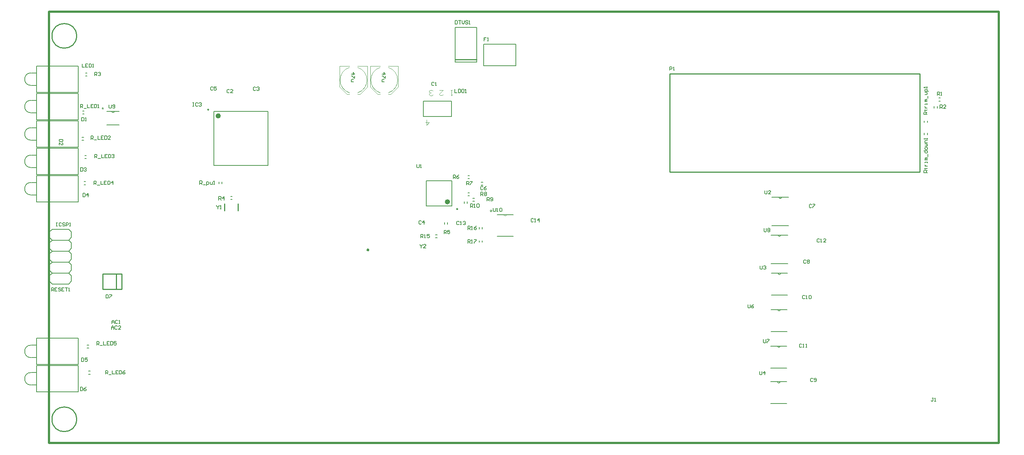
<source format=gto>
G04 Layer_Color=65535*
%FSLAX44Y44*%
%MOMM*%
G71*
G01*
G75*
%ADD29C,0.5080*%
%ADD30C,0.3048*%
%ADD33C,0.2540*%
%ADD49C,0.0000*%
%ADD50C,0.1524*%
%ADD51C,0.2500*%
%ADD52C,0.6000*%
%ADD53C,0.1270*%
%ADD54C,0.1016*%
%ADD55C,0.2000*%
%ADD56C,0.2286*%
%ADD57C,0.2032*%
%ADD58C,0.1500*%
%ADD59C,0.0864*%
G36*
X1141377Y2302351D02*
Y2302335D01*
Y2302286D01*
Y2302220D01*
X1141360Y2302138D01*
Y2302023D01*
X1141344Y2301778D01*
X1141311Y2301466D01*
X1141279Y2301106D01*
X1141229Y2300696D01*
X1141164Y2300238D01*
X1141180D01*
X1141213Y2300254D01*
X1141262Y2300287D01*
X1141328Y2300320D01*
X1141410Y2300352D01*
X1141508Y2300401D01*
X1141754Y2300500D01*
X1142048Y2300631D01*
X1142409Y2300778D01*
X1142786Y2300909D01*
X1143195Y2301057D01*
X1143605Y2299845D01*
X1143588D01*
X1143556Y2299828D01*
X1143490Y2299812D01*
X1143425Y2299779D01*
X1143326Y2299746D01*
X1143195Y2299713D01*
X1142933Y2299648D01*
X1142606Y2299566D01*
X1142245Y2299484D01*
X1141852Y2299402D01*
X1141459Y2299353D01*
X1141491Y2299337D01*
X1141557Y2299271D01*
X1141672Y2299140D01*
X1141835Y2298976D01*
X1142048Y2298763D01*
X1142311Y2298468D01*
X1142606Y2298141D01*
X1142753Y2297944D01*
X1142933Y2297731D01*
X1141901Y2297010D01*
X1141885Y2297043D01*
X1141819Y2297141D01*
X1141704Y2297289D01*
X1141573Y2297485D01*
X1141393Y2297747D01*
X1141197Y2298075D01*
X1140967Y2298436D01*
X1140722Y2298845D01*
Y2298829D01*
X1140689Y2298796D01*
X1140656Y2298730D01*
X1140607Y2298649D01*
X1140558Y2298550D01*
X1140492Y2298436D01*
X1140345Y2298157D01*
X1140164Y2297862D01*
X1139984Y2297567D01*
X1139788Y2297272D01*
X1139607Y2297010D01*
X1138592Y2297731D01*
X1138608Y2297747D01*
X1138641Y2297780D01*
X1138690Y2297846D01*
X1138755Y2297928D01*
X1138837Y2298026D01*
X1138936Y2298141D01*
X1139149Y2298403D01*
X1139378Y2298665D01*
X1139607Y2298927D01*
X1139837Y2299173D01*
X1139935Y2299271D01*
X1140017Y2299353D01*
X1140001D01*
X1139968Y2299369D01*
X1139902D01*
X1139820Y2299386D01*
X1139722Y2299419D01*
X1139607Y2299435D01*
X1139345Y2299500D01*
X1139018Y2299566D01*
X1138657Y2299648D01*
X1138297Y2299746D01*
X1137920Y2299845D01*
X1138313Y2301057D01*
X1138330D01*
X1138379Y2301040D01*
X1138444Y2301008D01*
X1138543Y2300975D01*
X1138641Y2300942D01*
X1138772Y2300893D01*
X1139067Y2300778D01*
X1139395Y2300647D01*
X1139722Y2300500D01*
X1140033Y2300369D01*
X1140164Y2300287D01*
X1140295Y2300221D01*
Y2300238D01*
Y2300287D01*
X1140279Y2300369D01*
X1140263Y2300467D01*
Y2300598D01*
X1140246Y2300746D01*
X1140214Y2301073D01*
X1140181Y2301434D01*
X1140164Y2301778D01*
X1140132Y2302105D01*
Y2302253D01*
Y2302368D01*
X1141377D01*
Y2302351D01*
D02*
G37*
G36*
X2040537Y2064861D02*
Y2064845D01*
Y2064796D01*
Y2064730D01*
X2040520Y2064648D01*
Y2064534D01*
X2040504Y2064288D01*
X2040471Y2063976D01*
X2040439Y2063616D01*
X2040389Y2063206D01*
X2040324Y2062748D01*
X2040340D01*
X2040373Y2062764D01*
X2040422Y2062797D01*
X2040488Y2062830D01*
X2040570Y2062862D01*
X2040668Y2062912D01*
X2040914Y2063010D01*
X2041208Y2063141D01*
X2041569Y2063288D01*
X2041946Y2063419D01*
X2042355Y2063567D01*
X2042765Y2062354D01*
X2042749D01*
X2042716Y2062338D01*
X2042650Y2062322D01*
X2042585Y2062289D01*
X2042486Y2062256D01*
X2042355Y2062224D01*
X2042093Y2062158D01*
X2041765Y2062076D01*
X2041405Y2061994D01*
X2041012Y2061912D01*
X2040619Y2061863D01*
X2040652Y2061847D01*
X2040717Y2061781D01*
X2040832Y2061650D01*
X2040995Y2061486D01*
X2041208Y2061273D01*
X2041471Y2060978D01*
X2041765Y2060651D01*
X2041913Y2060454D01*
X2042093Y2060241D01*
X2041061Y2059520D01*
X2041045Y2059553D01*
X2040979Y2059651D01*
X2040865Y2059799D01*
X2040733Y2059995D01*
X2040553Y2060258D01*
X2040357Y2060585D01*
X2040127Y2060946D01*
X2039881Y2061355D01*
Y2061339D01*
X2039849Y2061306D01*
X2039816Y2061241D01*
X2039767Y2061159D01*
X2039718Y2061060D01*
X2039652Y2060946D01*
X2039505Y2060667D01*
X2039324Y2060372D01*
X2039144Y2060077D01*
X2038948Y2059782D01*
X2038767Y2059520D01*
X2037752Y2060241D01*
X2037768Y2060258D01*
X2037801Y2060290D01*
X2037850Y2060356D01*
X2037915Y2060438D01*
X2037997Y2060536D01*
X2038096Y2060651D01*
X2038309Y2060913D01*
X2038538Y2061175D01*
X2038767Y2061437D01*
X2038997Y2061683D01*
X2039095Y2061781D01*
X2039177Y2061863D01*
X2039161D01*
X2039128Y2061879D01*
X2039062D01*
X2038980Y2061896D01*
X2038882Y2061929D01*
X2038767Y2061945D01*
X2038505Y2062010D01*
X2038178Y2062076D01*
X2037817Y2062158D01*
X2037457Y2062256D01*
X2037080Y2062354D01*
X2037473Y2063567D01*
X2037490D01*
X2037539Y2063551D01*
X2037604Y2063518D01*
X2037703Y2063485D01*
X2037801Y2063452D01*
X2037932Y2063403D01*
X2038227Y2063288D01*
X2038555Y2063157D01*
X2038882Y2063010D01*
X2039193Y2062879D01*
X2039324Y2062797D01*
X2039456Y2062731D01*
Y2062748D01*
Y2062797D01*
X2039439Y2062879D01*
X2039423Y2062977D01*
Y2063108D01*
X2039406Y2063256D01*
X2039374Y2063583D01*
X2039341Y2063944D01*
X2039324Y2064288D01*
X2039292Y2064615D01*
Y2064763D01*
Y2064877D01*
X2040537D01*
Y2064861D01*
D02*
G37*
D29*
X1016000Y1524000D02*
Y2523998D01*
X3215640Y1524000D02*
Y2523998D01*
X1016000D02*
X3215640D01*
X1016000Y1524000D02*
X3215640D01*
D30*
X1756311Y1971860D02*
G03*
X1756311Y1971860I-1796J0D01*
G01*
D33*
X1080135Y2468118D02*
G03*
X1080135Y2468118I-28575J0D01*
G01*
Y1579118D02*
G03*
X1080135Y1579118I-28575J0D01*
G01*
X1184558Y1880796D02*
Y1916396D01*
X1140558D02*
X1183758D01*
X1140558Y1880796D02*
Y1916396D01*
X1141358Y1880396D02*
X1184558D01*
X1171558Y1880396D02*
Y1916396D01*
X2453700Y2152442D02*
Y2380442D01*
X3032700D01*
Y2152442D02*
Y2380442D01*
X2453700Y2152442D02*
X3032700D01*
X1956708Y2413508D02*
X2006708D01*
D49*
X2069592Y2053590D02*
G03*
X2075688Y2053590I3048J0D01*
G01*
D50*
X1161542Y2293366D02*
G03*
X1167638Y2293366I3048J0D01*
G01*
X2704846Y2006346D02*
G03*
X2710942Y2006346I3048J0D01*
G01*
X2706624Y2093976D02*
G03*
X2712720Y2093976I3048J0D01*
G01*
X2704592Y1917700D02*
G03*
X2710688Y1917700I3048J0D01*
G01*
X2703830Y1833626D02*
G03*
X2709926Y1833626I3048J0D01*
G01*
X2703322Y1666240D02*
G03*
X2709418Y1666240I3048J0D01*
G01*
X2703322Y1749044D02*
G03*
X2709418Y1749044I3048J0D01*
G01*
X2053844Y2003806D02*
X2091436D01*
X2075688Y2053590D02*
X2091436D01*
X2069592D02*
X2075688D01*
X2053844D02*
X2069592D01*
X1150112Y2293366D02*
X1161542D01*
X1167638D01*
X1179068D01*
X1150112Y2261870D02*
X1179068D01*
X2688590Y1940306D02*
X2727198D01*
X2710942Y2006346D02*
X2727198D01*
X2704846D02*
X2710942D01*
X2688590D02*
X2704846D01*
X1023620Y2019808D02*
X1061720D01*
X1068070Y2000758D02*
Y2013458D01*
X1017270D02*
X1023620Y2019808D01*
X1017270Y2000758D02*
Y2013458D01*
Y2000758D02*
X1023620Y1994408D01*
X1061720Y2019808D02*
X1068070Y2013458D01*
X1061720Y1994408D02*
X1068070Y2000758D01*
X1023620Y1994408D02*
X1061720D01*
X1023620Y1969008D02*
X1061720D01*
X1068070Y1975358D01*
X1061720Y1994408D02*
X1068070Y1988058D01*
X1017270Y1975358D02*
X1023620Y1969008D01*
X1017270Y1975358D02*
Y1988058D01*
X1023620Y1994408D01*
X1068070Y1975358D02*
Y1988058D01*
X1023620Y1994408D02*
X1061720D01*
X1023620Y1969008D02*
X1061720D01*
X1068070Y1949958D02*
Y1962658D01*
X1017270D02*
X1023620Y1969008D01*
X1017270Y1949958D02*
Y1962658D01*
Y1949958D02*
X1023620Y1943608D01*
X1061720Y1969008D02*
X1068070Y1962658D01*
X1061720Y1943608D02*
X1068070Y1949958D01*
Y1899158D02*
Y1911858D01*
Y1924558D02*
Y1937258D01*
X1023620Y1943608D02*
X1061720D01*
X1023620Y1918208D02*
X1061720D01*
X1017270Y1937258D02*
X1023620Y1943608D01*
X1017270Y1924558D02*
Y1937258D01*
Y1924558D02*
X1023620Y1918208D01*
X1017270Y1911858D02*
X1023620Y1918208D01*
X1017270Y1899158D02*
Y1911858D01*
Y1899158D02*
X1023620Y1892808D01*
X1061720D01*
Y1943608D02*
X1068070Y1937258D01*
X1061720Y1918208D02*
X1068070Y1924558D01*
X1061720Y1918208D02*
X1068070Y1911858D01*
X1061720Y1892808D02*
X1068070Y1899158D01*
X2690368Y2027936D02*
X2728976D01*
X2712720Y2093976D02*
X2728976D01*
X2706624D02*
X2712720D01*
X2690368D02*
X2706624D01*
X2688844Y1866900D02*
X2726436D01*
X2710688Y1917700D02*
X2726436D01*
X2704592D02*
X2710688D01*
X2688844D02*
X2704592D01*
X2688082Y1782826D02*
X2725674D01*
X2709926Y1833626D02*
X2725674D01*
X2703830D02*
X2709926D01*
X2688082D02*
X2703830D01*
X2687574Y1615440D02*
X2725166D01*
X2709418Y1666240D02*
X2725166D01*
X2703322D02*
X2709418D01*
X2687574D02*
X2703322D01*
X2687574Y1698244D02*
X2725166D01*
X2709418Y1749044D02*
X2725166D01*
X2703322D02*
X2709418D01*
X2687574D02*
X2703322D01*
D51*
X1962728Y2066616D02*
G03*
X1962728Y2066616I-1250J0D01*
G01*
X1386250Y2297120D02*
G03*
X1386250Y2297120I-1250J0D01*
G01*
D52*
X1941978Y2083366D02*
G03*
X1941978Y2083366I-3000J0D01*
G01*
X1411000Y2282620D02*
G03*
X1411000Y2282620I-3000J0D01*
G01*
D53*
X974344Y2191788D02*
G03*
X974344Y2162788I0J-14500D01*
G01*
Y2382288D02*
G03*
X974344Y2353288I0J-14500D01*
G01*
Y1751098D02*
G03*
X974344Y1722098I0J-14500D01*
G01*
Y1687598D02*
G03*
X974344Y1658598I0J-14500D01*
G01*
Y2128288D02*
G03*
X974344Y2099288I0J-14500D01*
G01*
Y2318788D02*
G03*
X974344Y2289788I0J-14500D01*
G01*
Y2255288D02*
G03*
X974344Y2226288I0J-14500D01*
G01*
X1083564Y2146808D02*
Y2207768D01*
X987044Y2146808D02*
X1083564D01*
X987044D02*
Y2207768D01*
X1083564D01*
X975224Y2162788D02*
X986224D01*
X975224Y2191788D02*
X986224D01*
X1083564Y2337308D02*
Y2398268D01*
X987044Y2337308D02*
X1083564D01*
X987044D02*
Y2398268D01*
X1083564D01*
X975224Y2353288D02*
X986224D01*
X975224Y2382288D02*
X986224D01*
X1083564Y1706118D02*
Y1767078D01*
X987044Y1706118D02*
X1083564D01*
X987044D02*
Y1767078D01*
X1083564D01*
X975224Y1722098D02*
X986224D01*
X975224Y1751098D02*
X986224D01*
X1083564Y1642618D02*
Y1703578D01*
X987044Y1642618D02*
X1083564D01*
X987044D02*
Y1703578D01*
X1083564D01*
X975224Y1658598D02*
X986224D01*
X975224Y1687598D02*
X986224D01*
X975224Y2128288D02*
X986224D01*
X975224Y2099288D02*
X986224D01*
X987044Y2144268D02*
X1083564D01*
X987044Y2083308D02*
Y2144268D01*
Y2083308D02*
X1083564D01*
Y2144268D01*
X975224Y2318788D02*
X986224D01*
X975224Y2289788D02*
X986224D01*
X987044Y2334768D02*
X1083564D01*
X987044Y2273808D02*
Y2334768D01*
Y2273808D02*
X1083564D01*
Y2334768D01*
Y2210308D02*
Y2271268D01*
X987044Y2210308D02*
X1083564D01*
X987044D02*
Y2271268D01*
X1083564D01*
X975224Y2226288D02*
X986224D01*
X975224Y2255288D02*
X986224D01*
D54*
X1730995Y2336061D02*
G03*
X1730995Y2395060I-9500J29500D01*
G01*
X1711996D02*
G03*
X1711996Y2336061I9500J-29500D01*
G01*
X1802115D02*
G03*
X1802115Y2395060I-9500J29500D01*
G01*
X1783116D02*
G03*
X1783116Y2336061I9500J-29500D01*
G01*
X1730995Y2398060D02*
X1753994D01*
Y2350061D02*
Y2398060D01*
X1736994Y2333061D02*
X1753994Y2350061D01*
X1730995Y2333061D02*
X1736994D01*
X1705996D02*
X1711996D01*
X1688996Y2350061D02*
X1705996Y2333061D01*
X1688996Y2350061D02*
Y2398060D01*
X1711996D01*
X1802115D02*
X1825114D01*
Y2350061D02*
Y2398060D01*
X1808114Y2333061D02*
X1825114Y2350061D01*
X1802115Y2333061D02*
X1808114D01*
X1777116D02*
X1783116D01*
X1760116Y2350061D02*
X1777116Y2333061D01*
X1760116Y2350061D02*
Y2398060D01*
X1783116D01*
D55*
X2012498Y1989614D02*
Y1993614D01*
X2019498Y1989614D02*
Y1993614D01*
X2012752Y2020602D02*
Y2024602D01*
X2019752Y2020602D02*
Y2024602D01*
X1911128Y1999798D02*
X1915128D01*
X1911128Y2006798D02*
X1915128D01*
X1948978Y2073366D02*
Y2132366D01*
X1889978Y2073366D02*
Y2132366D01*
Y2073366D02*
X1948978D01*
X1889978Y2132366D02*
X1948978D01*
X1107726Y1690822D02*
X1111726D01*
X1107726Y1683822D02*
X1111726D01*
X1104424Y1751528D02*
X1108424D01*
X1104424Y1744528D02*
X1108424D01*
X1093756Y2286818D02*
X1097756D01*
X1093756Y2293818D02*
X1097756D01*
X1092740Y2225858D02*
X1096740D01*
X1092740Y2232858D02*
X1096740D01*
X1098836Y2183440D02*
X1102836D01*
X1098836Y2190440D02*
X1102836D01*
X1097058Y2123242D02*
X1101058D01*
X1097058Y2130242D02*
X1101058D01*
X1409756Y2125758D02*
Y2129758D01*
X1416756Y2125758D02*
Y2129758D01*
X3050484Y2239042D02*
Y2243042D01*
X3043484Y2239042D02*
Y2243042D01*
X3050484Y2267236D02*
Y2271236D01*
X3043484Y2267236D02*
Y2271236D01*
X1100614Y2381956D02*
X1104614D01*
X1100614Y2374956D02*
X1104614D01*
X3076734Y2324044D02*
X3080734D01*
X3076734Y2317044D02*
X3080734D01*
X3073344Y2300764D02*
Y2304764D01*
X3066344Y2300764D02*
Y2304764D01*
X1436656Y2095698D02*
X1440656D01*
X1436656Y2088698D02*
X1440656D01*
X1956708Y2407698D02*
X1981708D01*
X1956708D02*
Y2487898D01*
X2006708D01*
Y2407698D02*
Y2487898D01*
X1981708Y2407698D02*
X2006708D01*
X2097444Y2398922D02*
Y2423922D01*
X2022944Y2398922D02*
X2097444D01*
X2022944D02*
Y2448922D01*
X2097444D01*
Y2423922D02*
Y2448922D01*
X1932234Y2031524D02*
Y2035524D01*
X1939234Y2031524D02*
Y2035524D01*
X1977700Y2080038D02*
Y2084038D01*
X1984700Y2080038D02*
Y2084038D01*
X1986058Y2097334D02*
X1990058D01*
X1986058Y2104334D02*
X1990058D01*
X1997742Y2091888D02*
X2001742D01*
X1997742Y2084888D02*
X2001742D01*
X2016792Y2121972D02*
X2020792D01*
X2016792Y2128972D02*
X2020792D01*
X1986058Y2136958D02*
X1990058D01*
X1986058Y2143958D02*
X1990058D01*
X1398000Y2167620D02*
Y2292620D01*
X1523000Y2167620D02*
Y2292620D01*
X1398000D02*
X1523000D01*
X1398000Y2167620D02*
X1523000D01*
D56*
X1422206Y2062979D02*
Y2079107D01*
X1454208Y2062979D02*
Y2079107D01*
D57*
X1883156Y2281428D02*
X1948688D01*
Y2316988D01*
X1883156D02*
X1948688D01*
X1883156Y2281428D02*
Y2316988D01*
D58*
X2045208Y2068953D02*
Y2062289D01*
X2046541Y2060956D01*
X2049207D01*
X2050540Y2062289D01*
Y2068953D01*
X2053205Y2060956D02*
X2055871D01*
X2054538D01*
Y2068953D01*
X2053205Y2067621D01*
X2059870D02*
X2061203Y2068953D01*
X2063869D01*
X2065202Y2067621D01*
Y2062289D01*
X2063869Y2060956D01*
X2061203D01*
X2059870Y2062289D01*
Y2067621D01*
X1986280Y1987804D02*
Y1995801D01*
X1990279D01*
X1991612Y1994469D01*
Y1991803D01*
X1990279Y1990470D01*
X1986280D01*
X1988946D02*
X1991612Y1987804D01*
X1994277D02*
X1996943D01*
X1995610D01*
Y1995801D01*
X1994277Y1994469D01*
X2000942Y1995801D02*
X2006274D01*
Y1994469D01*
X2000942Y1989137D01*
Y1987804D01*
X1986280Y2019046D02*
Y2027043D01*
X1990279D01*
X1991612Y2025710D01*
Y2023045D01*
X1990279Y2021712D01*
X1986280D01*
X1988946D02*
X1991612Y2019046D01*
X1994277D02*
X1996943D01*
X1995610D01*
Y2027043D01*
X1994277Y2025710D01*
X2006274Y2027043D02*
X2003608Y2025710D01*
X2000942Y2023045D01*
Y2020379D01*
X2002275Y2019046D01*
X2004941D01*
X2006274Y2020379D01*
Y2021712D01*
X2004941Y2023045D01*
X2000942D01*
X2137916Y2043237D02*
X2136583Y2044569D01*
X2133917D01*
X2132584Y2043237D01*
Y2037905D01*
X2133917Y2036572D01*
X2136583D01*
X2137916Y2037905D01*
X2140581Y2036572D02*
X2143247D01*
X2141914D01*
Y2044569D01*
X2140581Y2043237D01*
X2151245Y2036572D02*
Y2044569D01*
X2147246Y2040571D01*
X2152578D01*
X1875536Y1984625D02*
Y1983293D01*
X1878202Y1980627D01*
X1880868Y1983293D01*
Y1984625D01*
X1878202Y1980627D02*
Y1976628D01*
X1888865D02*
X1883533D01*
X1888865Y1981960D01*
Y1983293D01*
X1887532Y1984625D01*
X1884866D01*
X1883533Y1983293D01*
X1877314Y1999996D02*
Y2007993D01*
X1881313D01*
X1882646Y2006660D01*
Y2003995D01*
X1881313Y2002662D01*
X1877314D01*
X1879980D02*
X1882646Y1999996D01*
X1885311D02*
X1887977D01*
X1886644D01*
Y2007993D01*
X1885311Y2006660D01*
X1897308Y2007993D02*
X1891976D01*
Y2003995D01*
X1894642Y2005328D01*
X1895975D01*
X1897308Y2003995D01*
Y2001329D01*
X1895975Y1999996D01*
X1893309D01*
X1891976Y2001329D01*
X1155446Y2308475D02*
Y2301811D01*
X1156779Y2300478D01*
X1159445D01*
X1160778Y2301811D01*
Y2308475D01*
X1163443Y2301811D02*
X1164776Y2300478D01*
X1167442D01*
X1168775Y2301811D01*
Y2307142D01*
X1167442Y2308475D01*
X1164776D01*
X1163443Y2307142D01*
Y2305810D01*
X1164776Y2304477D01*
X1168775D01*
X1868170Y2170299D02*
Y2163635D01*
X1869503Y2162302D01*
X1872169D01*
X1873502Y2163635D01*
Y2170299D01*
X1876167Y2162302D02*
X1878833D01*
X1877500D01*
Y2170299D01*
X1876167Y2168967D01*
X2672334Y2021709D02*
Y2015045D01*
X2673667Y2013712D01*
X2676333D01*
X2677666Y2015045D01*
Y2021709D01*
X2680331Y2020376D02*
X2681664Y2021709D01*
X2684330D01*
X2685663Y2020376D01*
Y2019044D01*
X2684330Y2017711D01*
X2685663Y2016378D01*
Y2015045D01*
X2684330Y2013712D01*
X2681664D01*
X2680331Y2015045D01*
Y2016378D01*
X2681664Y2017711D01*
X2680331Y2019044D01*
Y2020376D01*
X2681664Y2017711D02*
X2684330D01*
X1021842Y1876298D02*
Y1884295D01*
X1025841D01*
X1027174Y1882962D01*
Y1880297D01*
X1025841Y1878964D01*
X1021842D01*
X1024508D02*
X1027174Y1876298D01*
X1035171Y1884295D02*
X1029839D01*
Y1876298D01*
X1035171D01*
X1029839Y1880297D02*
X1032505D01*
X1043168Y1882962D02*
X1041836Y1884295D01*
X1039170D01*
X1037837Y1882962D01*
Y1881630D01*
X1039170Y1880297D01*
X1041836D01*
X1043168Y1878964D01*
Y1877631D01*
X1041836Y1876298D01*
X1039170D01*
X1037837Y1877631D01*
X1051166Y1884295D02*
X1045834D01*
Y1876298D01*
X1051166D01*
X1045834Y1880297D02*
X1048500D01*
X1053832Y1884295D02*
X1059163D01*
X1056497D01*
Y1876298D01*
X1061829D02*
X1064495D01*
X1063162D01*
Y1884295D01*
X1061829Y1882962D01*
X1147064Y1684020D02*
Y1692017D01*
X1151063D01*
X1152396Y1690685D01*
Y1688019D01*
X1151063Y1686686D01*
X1147064D01*
X1149730D02*
X1152396Y1684020D01*
X1155061Y1682687D02*
X1160393D01*
X1163059Y1692017D02*
Y1684020D01*
X1168390D01*
X1176388Y1692017D02*
X1171056D01*
Y1684020D01*
X1176388D01*
X1171056Y1688019D02*
X1173722D01*
X1179054Y1692017D02*
Y1684020D01*
X1183052D01*
X1184385Y1685353D01*
Y1690685D01*
X1183052Y1692017D01*
X1179054D01*
X1192383D02*
X1189717Y1690685D01*
X1187051Y1688019D01*
Y1685353D01*
X1188384Y1684020D01*
X1191050D01*
X1192383Y1685353D01*
Y1686686D01*
X1191050Y1688019D01*
X1187051D01*
X1126744Y1751330D02*
Y1759327D01*
X1130743D01*
X1132076Y1757995D01*
Y1755329D01*
X1130743Y1753996D01*
X1126744D01*
X1129410D02*
X1132076Y1751330D01*
X1134741Y1749997D02*
X1140073D01*
X1142739Y1759327D02*
Y1751330D01*
X1148070D01*
X1156068Y1759327D02*
X1150736D01*
Y1751330D01*
X1156068D01*
X1150736Y1755329D02*
X1153402D01*
X1158734Y1759327D02*
Y1751330D01*
X1162732D01*
X1164065Y1752663D01*
Y1757995D01*
X1162732Y1759327D01*
X1158734D01*
X1172063D02*
X1166731D01*
Y1755329D01*
X1169397Y1756662D01*
X1170730D01*
X1172063Y1755329D01*
Y1752663D01*
X1170730Y1751330D01*
X1168064D01*
X1166731Y1752663D01*
X1089406Y2162425D02*
Y2154428D01*
X1093405D01*
X1094738Y2155761D01*
Y2161093D01*
X1093405Y2162425D01*
X1089406D01*
X1097403Y2161093D02*
X1098736Y2162425D01*
X1101402D01*
X1102735Y2161093D01*
Y2159760D01*
X1101402Y2158427D01*
X1100069D01*
X1101402D01*
X1102735Y2157094D01*
Y2155761D01*
X1101402Y2154428D01*
X1098736D01*
X1097403Y2155761D01*
X1878328Y2038156D02*
X1876995Y2039489D01*
X1874329D01*
X1872996Y2038156D01*
Y2032825D01*
X1874329Y2031492D01*
X1876995D01*
X1878328Y2032825D01*
X1884992Y2031492D02*
Y2039489D01*
X1880993Y2035491D01*
X1886325D01*
X1908046Y2359467D02*
X1906713Y2360799D01*
X1904047D01*
X1902714Y2359467D01*
Y2354135D01*
X1904047Y2352802D01*
X1906713D01*
X1908046Y2354135D01*
X1910711Y2352802D02*
X1913377D01*
X1912044D01*
Y2360799D01*
X1910711Y2359467D01*
X1160780Y1787652D02*
Y1792984D01*
X1163446Y1795649D01*
X1166112Y1792984D01*
Y1787652D01*
Y1791651D01*
X1160780D01*
X1174109Y1794317D02*
X1172776Y1795649D01*
X1170110D01*
X1168777Y1794317D01*
Y1788985D01*
X1170110Y1787652D01*
X1172776D01*
X1174109Y1788985D01*
X1182106Y1787652D02*
X1176775D01*
X1182106Y1792984D01*
Y1794317D01*
X1180774Y1795649D01*
X1178108D01*
X1176775Y1794317D01*
X1092962Y2403217D02*
Y2395220D01*
X1098294D01*
X1106291Y2403217D02*
X1100959D01*
Y2395220D01*
X1106291D01*
X1100959Y2399219D02*
X1103625D01*
X1108957Y2403217D02*
Y2395220D01*
X1112956D01*
X1114288Y2396553D01*
Y2401884D01*
X1112956Y2403217D01*
X1108957D01*
X1116954Y2395220D02*
X1119620D01*
X1118287D01*
Y2403217D01*
X1116954Y2401884D01*
X1091692Y1721481D02*
Y1713484D01*
X1095691D01*
X1097024Y1714817D01*
Y1720148D01*
X1095691Y1721481D01*
X1091692D01*
X1105021D02*
X1099689D01*
Y1717483D01*
X1102355Y1718816D01*
X1103688D01*
X1105021Y1717483D01*
Y1714817D01*
X1103688Y1713484D01*
X1101022D01*
X1099689Y1714817D01*
X1088898Y1653663D02*
Y1645666D01*
X1092897D01*
X1094230Y1646999D01*
Y1652330D01*
X1092897Y1653663D01*
X1088898D01*
X1102227D02*
X1099561Y1652330D01*
X1096895Y1649665D01*
Y1646999D01*
X1098228Y1645666D01*
X1100894D01*
X1102227Y1646999D01*
Y1648332D01*
X1100894Y1649665D01*
X1096895D01*
X1094740Y2102989D02*
Y2094992D01*
X1098739D01*
X1100072Y2096325D01*
Y2101656D01*
X1098739Y2102989D01*
X1094740D01*
X1106736Y2094992D02*
Y2102989D01*
X1102737Y2098991D01*
X1108069D01*
X1091946Y2278757D02*
Y2270760D01*
X1095945D01*
X1097278Y2272093D01*
Y2277424D01*
X1095945Y2278757D01*
X1091946D01*
X1099943Y2270760D02*
X1102609D01*
X1101276D01*
Y2278757D01*
X1099943Y2277424D01*
X1033018Y2034917D02*
X1035684D01*
X1034351D01*
Y2026920D01*
X1033018D01*
X1035684D01*
X1045014Y2033584D02*
X1043681Y2034917D01*
X1041015D01*
X1039682Y2033584D01*
Y2028253D01*
X1041015Y2026920D01*
X1043681D01*
X1045014Y2028253D01*
X1053012Y2033584D02*
X1051679Y2034917D01*
X1049013D01*
X1047680Y2033584D01*
Y2032252D01*
X1049013Y2030919D01*
X1051679D01*
X1053012Y2029586D01*
Y2028253D01*
X1051679Y2026920D01*
X1049013D01*
X1047680Y2028253D01*
X1055677Y2026920D02*
Y2034917D01*
X1059676D01*
X1061009Y2033584D01*
Y2030919D01*
X1059676Y2029586D01*
X1055677D01*
X1063675Y2026920D02*
X1066341D01*
X1065008D01*
Y2034917D01*
X1063675Y2033584D01*
X1162050Y1800860D02*
Y1806192D01*
X1164716Y1808857D01*
X1167382Y1806192D01*
Y1800860D01*
Y1804859D01*
X1162050D01*
X1175379Y1807525D02*
X1174046Y1808857D01*
X1171380D01*
X1170047Y1807525D01*
Y1802193D01*
X1171380Y1800860D01*
X1174046D01*
X1175379Y1802193D01*
X1178045Y1800860D02*
X1180711D01*
X1179378D01*
Y1808857D01*
X1178045Y1807525D01*
X1048069Y2228225D02*
X1040072D01*
Y2224226D01*
X1041404Y2222894D01*
X1046736D01*
X1048069Y2224226D01*
Y2228225D01*
X1040072Y2214896D02*
Y2220228D01*
X1045403Y2214896D01*
X1046736D01*
X1048069Y2216229D01*
Y2218895D01*
X1046736Y2220228D01*
X1404366Y2075049D02*
Y2073716D01*
X1407032Y2071051D01*
X1409698Y2073716D01*
Y2075049D01*
X1407032Y2071051D02*
Y2067052D01*
X1412363D02*
X1415029D01*
X1413696D01*
Y2075049D01*
X1412363Y2073716D01*
X1395728Y2348799D02*
X1394395Y2350131D01*
X1391729D01*
X1390396Y2348799D01*
Y2343467D01*
X1391729Y2342134D01*
X1394395D01*
X1395728Y2343467D01*
X1403725Y2350131D02*
X1398393D01*
Y2346133D01*
X1401059Y2347466D01*
X1402392D01*
X1403725Y2346133D01*
Y2343467D01*
X1402392Y2342134D01*
X1399726D01*
X1398393Y2343467D01*
X1348994Y2313301D02*
X1351660D01*
X1350327D01*
Y2305304D01*
X1348994D01*
X1351660D01*
X1360990Y2311969D02*
X1359657Y2313301D01*
X1356991D01*
X1355659Y2311969D01*
Y2306637D01*
X1356991Y2305304D01*
X1359657D01*
X1360990Y2306637D01*
X1363656Y2311969D02*
X1364989Y2313301D01*
X1367655D01*
X1368988Y2311969D01*
Y2310636D01*
X1367655Y2309303D01*
X1366322D01*
X1367655D01*
X1368988Y2307970D01*
Y2306637D01*
X1367655Y2305304D01*
X1364989D01*
X1363656Y2306637D01*
X2021076Y2117912D02*
X2019743Y2119245D01*
X2017077D01*
X2015744Y2117912D01*
Y2112581D01*
X2017077Y2111248D01*
X2019743D01*
X2021076Y2112581D01*
X2029073Y2119245D02*
X2026407Y2117912D01*
X2023741Y2115247D01*
Y2112581D01*
X2025074Y2111248D01*
X2027740D01*
X2029073Y2112581D01*
Y2113914D01*
X2027740Y2115247D01*
X2023741D01*
X1716415Y2379342D02*
X1724413D01*
X1720414Y2383340D01*
Y2378009D01*
X1724413Y2375343D02*
Y2370011D01*
X1723080D01*
X1717748Y2375343D01*
X1716415D01*
X1721747Y2367346D02*
X1717748D01*
X1716415Y2366013D01*
Y2362014D01*
X1721747D01*
X1787535Y2379342D02*
X1795533D01*
X1791534Y2383340D01*
Y2378009D01*
X1795533Y2375343D02*
Y2370011D01*
X1794200D01*
X1788868Y2375343D01*
X1787535D01*
X1792867Y2367346D02*
X1788868D01*
X1787535Y2366013D01*
Y2362014D01*
X1792867D01*
X1148080Y1868039D02*
Y1860042D01*
X1152079D01*
X1153412Y1861375D01*
Y1866707D01*
X1152079Y1868039D01*
X1148080D01*
X1156077D02*
X1161409D01*
Y1866707D01*
X1156077Y1861375D01*
Y1860042D01*
X3064508Y1628771D02*
X3061842D01*
X3063175D01*
Y1622107D01*
X3061842Y1620774D01*
X3060509D01*
X3059176Y1622107D01*
X3067173Y1620774D02*
X3069839D01*
X3068506D01*
Y1628771D01*
X3067173Y1627439D01*
X1089152Y2301494D02*
Y2309491D01*
X1093151D01*
X1094484Y2308159D01*
Y2305493D01*
X1093151Y2304160D01*
X1089152D01*
X1091818D02*
X1094484Y2301494D01*
X1097149Y2300161D02*
X1102481D01*
X1105147Y2309491D02*
Y2301494D01*
X1110478D01*
X1118476Y2309491D02*
X1113144D01*
Y2301494D01*
X1118476D01*
X1113144Y2305493D02*
X1115810D01*
X1121142Y2309491D02*
Y2301494D01*
X1125140D01*
X1126473Y2302827D01*
Y2308159D01*
X1125140Y2309491D01*
X1121142D01*
X1129139Y2301494D02*
X1131805D01*
X1130472D01*
Y2309491D01*
X1129139Y2308159D01*
X1113282Y2228088D02*
Y2236085D01*
X1117281D01*
X1118614Y2234753D01*
Y2232087D01*
X1117281Y2230754D01*
X1113282D01*
X1115948D02*
X1118614Y2228088D01*
X1121279Y2226755D02*
X1126611D01*
X1129277Y2236085D02*
Y2228088D01*
X1134608D01*
X1142606Y2236085D02*
X1137274D01*
Y2228088D01*
X1142606D01*
X1137274Y2232087D02*
X1139940D01*
X1145272Y2236085D02*
Y2228088D01*
X1149270D01*
X1150603Y2229421D01*
Y2234753D01*
X1149270Y2236085D01*
X1145272D01*
X1158601Y2228088D02*
X1153269D01*
X1158601Y2233420D01*
Y2234753D01*
X1157268Y2236085D01*
X1154602D01*
X1153269Y2234753D01*
X1121918Y2185416D02*
Y2193413D01*
X1125917D01*
X1127250Y2192081D01*
Y2189415D01*
X1125917Y2188082D01*
X1121918D01*
X1124584D02*
X1127250Y2185416D01*
X1129915Y2184083D02*
X1135247D01*
X1137913Y2193413D02*
Y2185416D01*
X1143244D01*
X1151242Y2193413D02*
X1145910D01*
Y2185416D01*
X1151242D01*
X1145910Y2189415D02*
X1148576D01*
X1153908Y2193413D02*
Y2185416D01*
X1157906D01*
X1159239Y2186749D01*
Y2192081D01*
X1157906Y2193413D01*
X1153908D01*
X1161905Y2192081D02*
X1163238Y2193413D01*
X1165904D01*
X1167237Y2192081D01*
Y2190748D01*
X1165904Y2189415D01*
X1164571D01*
X1165904D01*
X1167237Y2188082D01*
Y2186749D01*
X1165904Y2185416D01*
X1163238D01*
X1161905Y2186749D01*
X1120140Y2123694D02*
Y2131691D01*
X1124139D01*
X1125472Y2130358D01*
Y2127693D01*
X1124139Y2126360D01*
X1120140D01*
X1122806D02*
X1125472Y2123694D01*
X1128137Y2122361D02*
X1133469D01*
X1136135Y2131691D02*
Y2123694D01*
X1141466D01*
X1149464Y2131691D02*
X1144132D01*
Y2123694D01*
X1149464D01*
X1144132Y2127693D02*
X1146798D01*
X1152130Y2131691D02*
Y2123694D01*
X1156128D01*
X1157461Y2125027D01*
Y2130358D01*
X1156128Y2131691D01*
X1152130D01*
X1164126Y2123694D02*
Y2131691D01*
X1160127Y2127693D01*
X1165459D01*
X1365250Y2123948D02*
Y2131945D01*
X1369249D01*
X1370582Y2130612D01*
Y2127947D01*
X1369249Y2126614D01*
X1365250D01*
X1367916D02*
X1370582Y2123948D01*
X1373247Y2122615D02*
X1378579D01*
X1381245Y2121282D02*
Y2129280D01*
X1385244D01*
X1386576Y2127947D01*
Y2125281D01*
X1385244Y2123948D01*
X1381245D01*
X1389242Y2129280D02*
Y2125281D01*
X1390575Y2123948D01*
X1394574D01*
Y2129280D01*
X1397240Y2123948D02*
X1399906D01*
X1398573D01*
Y2131945D01*
X1397240Y2130612D01*
X3050540Y2151126D02*
X3042543D01*
Y2155125D01*
X3043875Y2156458D01*
X3046541D01*
X3047874Y2155125D01*
Y2151126D01*
Y2153792D02*
X3050540Y2156458D01*
X3043875Y2160456D02*
X3045208D01*
Y2159123D01*
Y2161789D01*
Y2160456D01*
X3049207D01*
X3050540Y2161789D01*
X3045208Y2165788D02*
X3050540D01*
X3047874D01*
X3046541Y2167121D01*
X3045208Y2168454D01*
Y2169787D01*
X3050540Y2173785D02*
Y2176451D01*
Y2175118D01*
X3045208D01*
Y2173785D01*
X3050540Y2180450D02*
X3045208D01*
Y2181783D01*
X3046541Y2183116D01*
X3050540D01*
X3046541D01*
X3045208Y2184449D01*
X3046541Y2185782D01*
X3050540D01*
X3051873Y2188447D02*
Y2193779D01*
X3042543Y2201776D02*
X3050540D01*
Y2197778D01*
X3049207Y2196445D01*
X3046541D01*
X3045208Y2197778D01*
Y2201776D01*
X3050540Y2205775D02*
Y2208441D01*
X3049207Y2209774D01*
X3046541D01*
X3045208Y2208441D01*
Y2205775D01*
X3046541Y2204442D01*
X3049207D01*
X3050540Y2205775D01*
X3045208Y2212440D02*
X3049207D01*
X3050540Y2213772D01*
X3049207Y2215105D01*
X3050540Y2216438D01*
X3049207Y2217771D01*
X3045208D01*
X3050540Y2220437D02*
X3045208D01*
Y2224436D01*
X3046541Y2225769D01*
X3050540D01*
Y2228434D02*
Y2231100D01*
Y2229767D01*
X3042543D01*
X3043875Y2228434D01*
X3050286Y2286254D02*
X3042289D01*
Y2290253D01*
X3043622Y2291586D01*
X3046287D01*
X3047620Y2290253D01*
Y2286254D01*
Y2288920D02*
X3050286Y2291586D01*
X3043622Y2295584D02*
X3044955D01*
Y2294251D01*
Y2296917D01*
Y2295584D01*
X3048953D01*
X3050286Y2296917D01*
X3044955Y2300916D02*
X3050286D01*
X3047620D01*
X3046287Y2302249D01*
X3044955Y2303582D01*
Y2304915D01*
X3050286Y2308913D02*
Y2311579D01*
Y2310246D01*
X3044955D01*
Y2308913D01*
X3050286Y2315578D02*
X3044955D01*
Y2316911D01*
X3046287Y2318244D01*
X3050286D01*
X3046287D01*
X3044955Y2319577D01*
X3046287Y2320909D01*
X3050286D01*
X3051619Y2323575D02*
Y2328907D01*
X3044955Y2331573D02*
X3048953D01*
X3050286Y2332906D01*
Y2336904D01*
X3044955D01*
X3052952Y2339570D02*
X3044955D01*
Y2343569D01*
X3046287Y2344902D01*
X3048953D01*
X3050286Y2343569D01*
Y2339570D01*
Y2347568D02*
Y2350233D01*
Y2348900D01*
X3042289D01*
X3043622Y2347568D01*
X2674112Y2109339D02*
Y2102675D01*
X2675445Y2101342D01*
X2678111D01*
X2679444Y2102675D01*
Y2109339D01*
X2687441Y2101342D02*
X2682109D01*
X2687441Y2106674D01*
Y2108006D01*
X2686108Y2109339D01*
X2683442D01*
X2682109Y2108006D01*
X2662936Y1935095D02*
Y1928431D01*
X2664269Y1927098D01*
X2666935D01*
X2668268Y1928431D01*
Y1935095D01*
X2670934Y1933763D02*
X2672266Y1935095D01*
X2674932D01*
X2676265Y1933763D01*
Y1932430D01*
X2674932Y1931097D01*
X2673599D01*
X2674932D01*
X2676265Y1929764D01*
Y1928431D01*
X2674932Y1927098D01*
X2672266D01*
X2670934Y1928431D01*
X2453894Y2388362D02*
Y2396359D01*
X2457893D01*
X2459226Y2395027D01*
Y2392361D01*
X2457893Y2391028D01*
X2453894D01*
X2461891Y2388362D02*
X2464557D01*
X2463224D01*
Y2396359D01*
X2461891Y2395027D01*
X1122172Y2375916D02*
Y2383913D01*
X1126171D01*
X1127504Y2382581D01*
Y2379915D01*
X1126171Y2378582D01*
X1122172D01*
X1124838D02*
X1127504Y2375916D01*
X1130169Y2382581D02*
X1131502Y2383913D01*
X1134168D01*
X1135501Y2382581D01*
Y2381248D01*
X1134168Y2379915D01*
X1132835D01*
X1134168D01*
X1135501Y2378582D01*
Y2377249D01*
X1134168Y2375916D01*
X1131502D01*
X1130169Y2377249D01*
X3073400Y2330196D02*
Y2338193D01*
X3077399D01*
X3078732Y2336861D01*
Y2334195D01*
X3077399Y2332862D01*
X3073400D01*
X3076066D02*
X3078732Y2330196D01*
X3081397D02*
X3084063D01*
X3082730D01*
Y2338193D01*
X3081397Y2336861D01*
X3079750Y2299970D02*
Y2307967D01*
X3083749D01*
X3085081Y2306635D01*
Y2303969D01*
X3083749Y2302636D01*
X3079750D01*
X3082416D02*
X3085081Y2299970D01*
X3093079D02*
X3087747D01*
X3093079Y2305302D01*
Y2306635D01*
X3091746Y2307967D01*
X3089080D01*
X3087747Y2306635D01*
X1494788Y2348036D02*
X1493455Y2349369D01*
X1490789D01*
X1489456Y2348036D01*
Y2342705D01*
X1490789Y2341372D01*
X1493455D01*
X1494788Y2342705D01*
X1497453Y2348036D02*
X1498786Y2349369D01*
X1501452D01*
X1502785Y2348036D01*
Y2346704D01*
X1501452Y2345371D01*
X1500119D01*
X1501452D01*
X1502785Y2344038D01*
Y2342705D01*
X1501452Y2341372D01*
X1498786D01*
X1497453Y2342705D01*
X1409446Y2087626D02*
Y2095623D01*
X1413445D01*
X1414778Y2094290D01*
Y2091625D01*
X1413445Y2090292D01*
X1409446D01*
X1412112D02*
X1414778Y2087626D01*
X1421442D02*
Y2095623D01*
X1417443Y2091625D01*
X1422775D01*
X2782314Y2076510D02*
X2780981Y2077843D01*
X2778315D01*
X2776982Y2076510D01*
Y2071179D01*
X2778315Y2069846D01*
X2780981D01*
X2782314Y2071179D01*
X2784979Y2077843D02*
X2790311D01*
Y2076510D01*
X2784979Y2071179D01*
Y2069846D01*
X2800602Y1996501D02*
X2799269Y1997833D01*
X2796603D01*
X2795270Y1996501D01*
Y1991169D01*
X2796603Y1989836D01*
X2799269D01*
X2800602Y1991169D01*
X2803268Y1989836D02*
X2805933D01*
X2804600D01*
Y1997833D01*
X2803268Y1996501D01*
X2815264Y1989836D02*
X2809932D01*
X2815264Y1995168D01*
Y1996501D01*
X2813931Y1997833D01*
X2811265D01*
X2809932Y1996501D01*
X2769360Y1947478D02*
X2768027Y1948811D01*
X2765361D01*
X2764028Y1947478D01*
Y1942147D01*
X2765361Y1940814D01*
X2768027D01*
X2769360Y1942147D01*
X2772025Y1947478D02*
X2773358Y1948811D01*
X2776024D01*
X2777357Y1947478D01*
Y1946146D01*
X2776024Y1944813D01*
X2777357Y1943480D01*
Y1942147D01*
X2776024Y1940814D01*
X2773358D01*
X2772025Y1942147D01*
Y1943480D01*
X2773358Y1944813D01*
X2772025Y1946146D01*
Y1947478D01*
X2773358Y1944813D02*
X2776024D01*
X2766819Y1865182D02*
X2765487Y1866515D01*
X2762821D01*
X2761488Y1865182D01*
Y1859851D01*
X2762821Y1858518D01*
X2765487D01*
X2766819Y1859851D01*
X2769485Y1858518D02*
X2772151D01*
X2770818D01*
Y1866515D01*
X2769485Y1865182D01*
X2776150D02*
X2777483Y1866515D01*
X2780149D01*
X2781482Y1865182D01*
Y1859851D01*
X2780149Y1858518D01*
X2777483D01*
X2776150Y1859851D01*
Y1865182D01*
X2785362Y1673159D02*
X2784029Y1674491D01*
X2781363D01*
X2780030Y1673159D01*
Y1667827D01*
X2781363Y1666494D01*
X2784029D01*
X2785362Y1667827D01*
X2788027D02*
X2789360Y1666494D01*
X2792026D01*
X2793359Y1667827D01*
Y1673159D01*
X2792026Y1674491D01*
X2789360D01*
X2788027Y1673159D01*
Y1671826D01*
X2789360Y1670493D01*
X2793359D01*
X2759454Y1752661D02*
X2758121Y1753993D01*
X2755455D01*
X2754122Y1752661D01*
Y1747329D01*
X2755455Y1745996D01*
X2758121D01*
X2759454Y1747329D01*
X2762119Y1745996D02*
X2764785D01*
X2763452D01*
Y1753993D01*
X2762119Y1752661D01*
X2768784Y1745996D02*
X2771450D01*
X2770117D01*
Y1753993D01*
X2768784Y1752661D01*
X2634742Y1845179D02*
Y1838515D01*
X2636075Y1837182D01*
X2638741D01*
X2640074Y1838515D01*
Y1845179D01*
X2648071D02*
X2645405Y1843846D01*
X2642739Y1841181D01*
Y1838515D01*
X2644072Y1837182D01*
X2646738D01*
X2648071Y1838515D01*
Y1839848D01*
X2646738Y1841181D01*
X2642739D01*
X2661920Y1690493D02*
Y1683829D01*
X2663253Y1682496D01*
X2665919D01*
X2667252Y1683829D01*
Y1690493D01*
X2673916Y1682496D02*
Y1690493D01*
X2669917Y1686495D01*
X2675249D01*
X2670810Y1764407D02*
Y1757743D01*
X2672143Y1756410D01*
X2674809D01*
X2676142Y1757743D01*
Y1764407D01*
X2678807D02*
X2684139D01*
Y1763074D01*
X2678807Y1757743D01*
Y1756410D01*
X1433828Y2342702D02*
X1432495Y2344035D01*
X1429829D01*
X1428496Y2342702D01*
Y2337371D01*
X1429829Y2336038D01*
X1432495D01*
X1433828Y2337371D01*
X1441825Y2336038D02*
X1436493D01*
X1441825Y2341370D01*
Y2342702D01*
X1440492Y2344035D01*
X1437826D01*
X1436493Y2342702D01*
X1956816Y2503547D02*
Y2495550D01*
X1960815D01*
X1962148Y2496883D01*
Y2502215D01*
X1960815Y2503547D01*
X1956816D01*
X1964813D02*
X1970145D01*
X1967479D01*
Y2495550D01*
X1972811Y2503547D02*
Y2498216D01*
X1975477Y2495550D01*
X1978142Y2498216D01*
Y2503547D01*
X1986140Y2502215D02*
X1984807Y2503547D01*
X1982141D01*
X1980808Y2502215D01*
Y2500882D01*
X1982141Y2499549D01*
X1984807D01*
X1986140Y2498216D01*
Y2496883D01*
X1984807Y2495550D01*
X1982141D01*
X1980808Y2496883D01*
X1988806Y2495550D02*
X1991472D01*
X1990139D01*
Y2503547D01*
X1988806Y2502215D01*
X2028696Y2464431D02*
X2023364D01*
Y2460433D01*
X2026030D01*
X2023364D01*
Y2456434D01*
X2031361D02*
X2034027D01*
X2032694D01*
Y2464431D01*
X2031361Y2463098D01*
X1956054Y2344543D02*
Y2336546D01*
X1961386D01*
X1964051Y2344543D02*
Y2336546D01*
X1968050D01*
X1969383Y2337879D01*
Y2343210D01*
X1968050Y2344543D01*
X1964051D01*
X1976048D02*
X1973382D01*
X1972049Y2343210D01*
Y2337879D01*
X1973382Y2336546D01*
X1976048D01*
X1977380Y2337879D01*
Y2343210D01*
X1976048Y2344543D01*
X1980046Y2336546D02*
X1982712D01*
X1981379D01*
Y2344543D01*
X1980046Y2343210D01*
X1965958Y2036886D02*
X1964625Y2038219D01*
X1961959D01*
X1960626Y2036886D01*
Y2031555D01*
X1961959Y2030222D01*
X1964625D01*
X1965958Y2031555D01*
X1968623Y2030222D02*
X1971289D01*
X1969956D01*
Y2038219D01*
X1968623Y2036886D01*
X1975288D02*
X1976621Y2038219D01*
X1979287D01*
X1980620Y2036886D01*
Y2035554D01*
X1979287Y2034221D01*
X1977954D01*
X1979287D01*
X1980620Y2032888D01*
Y2031555D01*
X1979287Y2030222D01*
X1976621D01*
X1975288Y2031555D01*
X1931162Y2009394D02*
Y2017391D01*
X1935161D01*
X1936494Y2016059D01*
Y2013393D01*
X1935161Y2012060D01*
X1931162D01*
X1933828D02*
X1936494Y2009394D01*
X1944491Y2017391D02*
X1939159D01*
Y2013393D01*
X1941825Y2014726D01*
X1943158D01*
X1944491Y2013393D01*
Y2010727D01*
X1943158Y2009394D01*
X1940492D01*
X1939159Y2010727D01*
X1952316Y2137375D02*
Y2145372D01*
X1956315D01*
X1957648Y2144039D01*
Y2141373D01*
X1956315Y2140041D01*
X1952316D01*
X1954982D02*
X1957648Y2137375D01*
X1965645Y2145372D02*
X1962979Y2144039D01*
X1960313Y2141373D01*
Y2138708D01*
X1961646Y2137375D01*
X1964312D01*
X1965645Y2138708D01*
Y2140041D01*
X1964312Y2141373D01*
X1960313D01*
X1983486Y2122678D02*
Y2130675D01*
X1987485D01*
X1988818Y2129342D01*
Y2126677D01*
X1987485Y2125344D01*
X1983486D01*
X1986152D02*
X1988818Y2122678D01*
X1991483Y2130675D02*
X1996815D01*
Y2129342D01*
X1991483Y2124011D01*
Y2122678D01*
X2016252Y2097786D02*
Y2105783D01*
X2020251D01*
X2021584Y2104451D01*
Y2101785D01*
X2020251Y2100452D01*
X2016252D01*
X2018918D02*
X2021584Y2097786D01*
X2024249Y2104451D02*
X2025582Y2105783D01*
X2028248D01*
X2029581Y2104451D01*
Y2103118D01*
X2028248Y2101785D01*
X2029581Y2100452D01*
Y2099119D01*
X2028248Y2097786D01*
X2025582D01*
X2024249Y2099119D01*
Y2100452D01*
X2025582Y2101785D01*
X2024249Y2103118D01*
Y2104451D01*
X2025582Y2101785D02*
X2028248D01*
X2030730Y2085340D02*
Y2093337D01*
X2034729D01*
X2036062Y2092005D01*
Y2089339D01*
X2034729Y2088006D01*
X2030730D01*
X2033396D02*
X2036062Y2085340D01*
X2038727Y2086673D02*
X2040060Y2085340D01*
X2042726D01*
X2044059Y2086673D01*
Y2092005D01*
X2042726Y2093337D01*
X2040060D01*
X2038727Y2092005D01*
Y2090672D01*
X2040060Y2089339D01*
X2044059D01*
X1992376Y2070608D02*
Y2078605D01*
X1996375D01*
X1997708Y2077272D01*
Y2074607D01*
X1996375Y2073274D01*
X1992376D01*
X1995042D02*
X1997708Y2070608D01*
X2000373D02*
X2003039D01*
X2001706D01*
Y2078605D01*
X2000373Y2077272D01*
X2007038D02*
X2008371Y2078605D01*
X2011037D01*
X2012370Y2077272D01*
Y2071941D01*
X2011037Y2070608D01*
X2008371D01*
X2007038Y2071941D01*
Y2077272D01*
D59*
X1920432Y2342482D02*
X1928828D01*
X1920432Y2334086D01*
Y2331987D01*
X1922531Y2329888D01*
X1926729D01*
X1928828Y2331987D01*
X1950448Y2342388D02*
X1946250D01*
X1948349D01*
Y2329794D01*
X1950448Y2331893D01*
X1890575Y2273808D02*
Y2261214D01*
X1896872Y2267511D01*
X1888476D01*
X1905508Y2331893D02*
X1903409Y2329794D01*
X1899211D01*
X1897112Y2331893D01*
Y2333992D01*
X1899211Y2336091D01*
X1901310D01*
X1899211D01*
X1897112Y2338190D01*
Y2340289D01*
X1899211Y2342388D01*
X1903409D01*
X1905508Y2340289D01*
M02*

</source>
